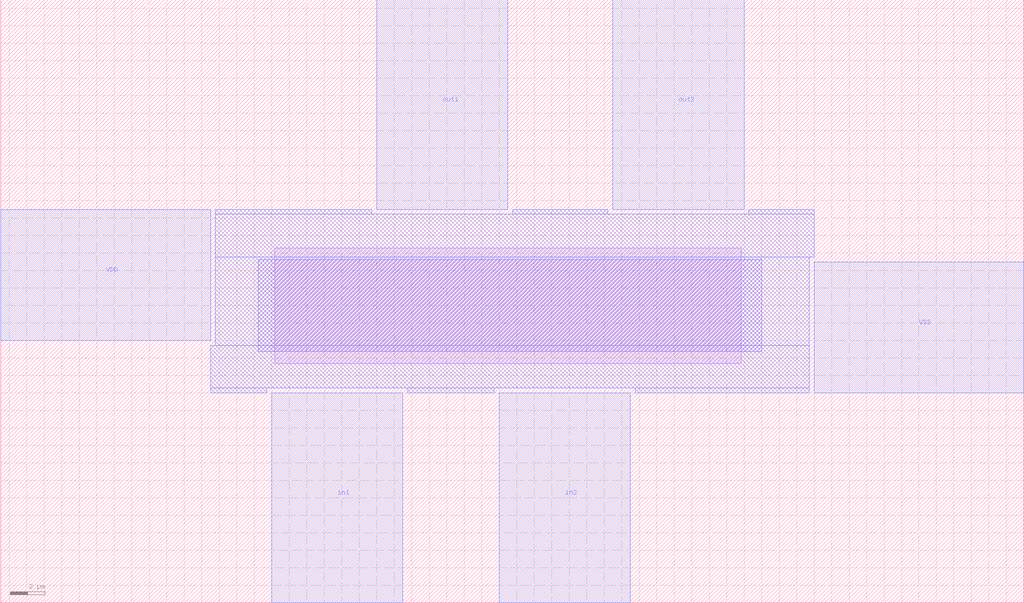
<source format=lef>
VERSION 5.7 ;
  NOWIREEXTENSIONATPIN ON ;
  DIVIDERCHAR "/" ;
  BUSBITCHARS "[]" ;
MACRO res
  CLASS BLOCK ;
  FOREIGN res ;
  ORIGIN 17.500 14.000 ;
  SIZE 58.500 BY 34.500 ;
  PIN in1
    DIRECTION INPUT ;
    USE SIGNAL ;
    PORT
      LAYER met2 ;
        RECT -2.000 -14.000 5.500 -2.000 ;
    END
  END in1
  PIN in2
    DIRECTION INPUT ;
    USE SIGNAL ;
    PORT
      LAYER met2 ;
        RECT 11.000 -14.000 18.500 -2.000 ;
    END
  END in2
  PIN out1
    DIRECTION OUTPUT ;
    USE SIGNAL ;
    PORT
      LAYER met2 ;
        RECT 4.000 8.500 11.500 20.500 ;
    END
  END out1
  PIN out2
    DIRECTION OUTPUT ;
    USE SIGNAL ;
    PORT
      LAYER met2 ;
        RECT 17.500 8.500 25.000 20.500 ;
    END
  END out2
  PIN VDD
    DIRECTION INPUT ;
    USE POWER ;
    PORT
      LAYER met2 ;
        RECT -17.500 1.000 -5.500 8.500 ;
    END
  END VDD
  PIN VSS
    DIRECTION INPUT ;
    USE GROUND ;
    PORT
      LAYER met2 ;
        RECT 29.000 -2.000 41.000 5.500 ;
    END
  END VSS
  OBS
      LAYER li1 ;
        RECT -1.820 -0.320 24.830 6.300 ;
      LAYER met1 ;
        RECT -2.780 0.360 26.000 5.620 ;
      LAYER met2 ;
        RECT -5.220 8.220 3.720 8.500 ;
        RECT 11.780 8.220 17.220 8.500 ;
        RECT 25.280 8.220 29.000 8.500 ;
        RECT -5.220 5.780 29.000 8.220 ;
        RECT -5.220 0.720 28.720 5.780 ;
        RECT -5.500 -1.720 28.720 0.720 ;
        RECT -5.500 -2.000 -2.280 -1.720 ;
        RECT 5.780 -2.000 10.720 -1.720 ;
        RECT 18.780 -2.000 28.720 -1.720 ;
  END
END res
END LIBRARY


</source>
